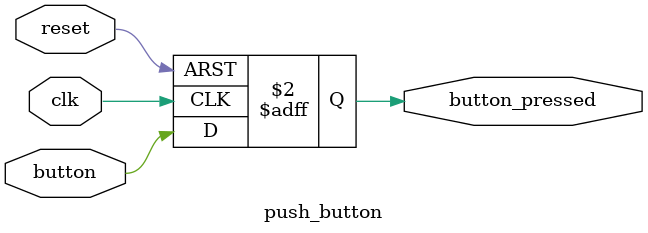
<source format=v>
module push_button ( 
input clk, input reset, input button,  
output reg button_pressed  
); 
always @(posedge clk or posedge reset) begin  
if (reset) button_pressed <= 0; 
else button_pressed <= button;  
end  
endmodule

</source>
